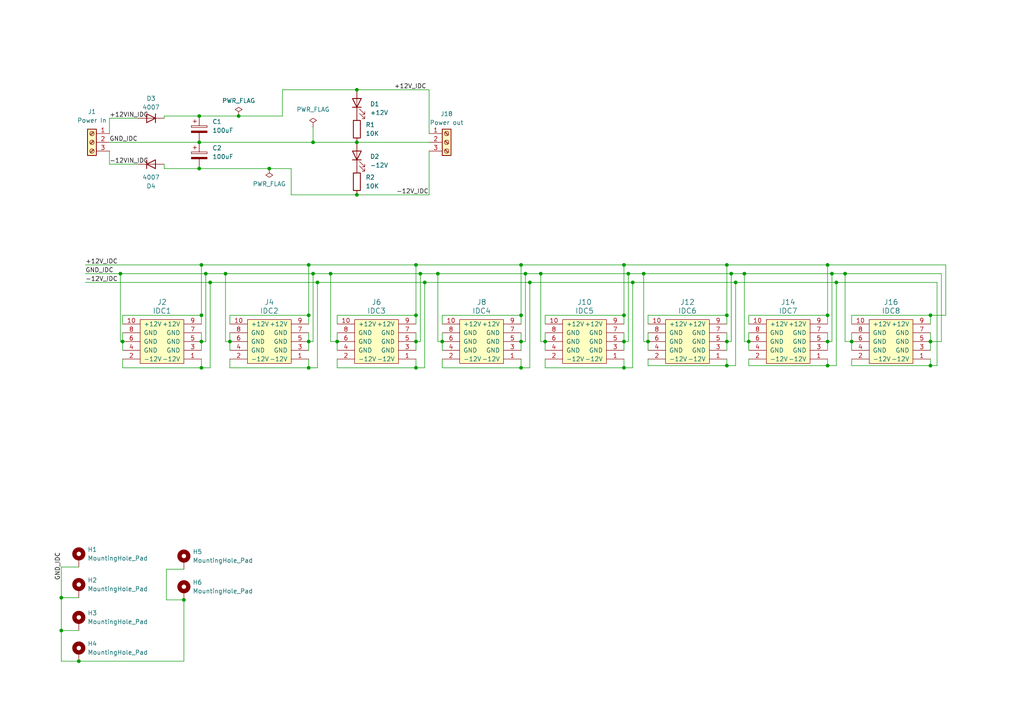
<source format=kicad_sch>
(kicad_sch (version 20230121) (generator eeschema)
  (paper "A4")
  (title_block (title "EuroBusboard8 IDC") (date "2024-01-02") (rev "0.1") (company "DIYSynthMNL"))
  (lib_symbols
    (symbol "Connector:Screw_Terminal_01x03" (pin_names (offset 1.016) hide)
      (property "Reference" "J" (at 0 5.08 0))
      (property "Value" "Screw_Terminal_01x03" (at 0 -5.08 0))
      (symbol "Screw_Terminal_01x03_1_1"
        (rectangle (start -1.27 3.81) (end 1.27 -3.81) (stroke (width 0.254)) (fill (type background)))
        (circle (center 0 -2.54) (radius 0.635) (stroke (width 0.1524)))
        (polyline (pts (xy -0.5334 -2.2098) (xy 0.3302 -3.048)) (stroke (width 0.1524)))
        (polyline (pts (xy -0.5334 0.3302) (xy 0.3302 -0.508)) (stroke (width 0.1524)))
        (polyline (pts (xy -0.5334 2.8702) (xy 0.3302 2.032)) (stroke (width 0.1524)))
        (polyline (pts (xy -0.3556 -2.032) (xy 0.508 -2.8702)) (stroke (width 0.1524)))
        (polyline (pts (xy -0.3556 0.508) (xy 0.508 -0.3302)) (stroke (width 0.1524)))
        (polyline (pts (xy -0.3556 3.048) (xy 0.508 2.2098)) (stroke (width 0.1524)))
        (circle (center 0 0) (radius 0.635) (stroke (width 0.1524)))
        (circle (center 0 2.54) (radius 0.635) (stroke (width 0.1524)))
        (pin passive line (at -5.08 2.54 0) (length 3.81) (name "Pin_1") (number "1"))
        (pin passive line (at -5.08 0 0) (length 3.81) (name "Pin_2") (number "2"))
        (pin passive line (at -5.08 -2.54 0) (length 3.81) (name "Pin_3") (number "3"))
      )
    )
    (symbol "DIYSynthMNL:EURO_PWR_2x5" (pin_names (offset 1.016))
      (property "Reference" "J" (at 0 -7.62 0))
      (property "Value" "EURO_PWR_2x5" (at 0 7.62 0))
      (symbol "EURO_PWR_2x5_0_1"
        (rectangle (start -6.35 6.35) (end 6.35 -6.35) (fill (type background)))
      )
      (symbol "EURO_PWR_2x5_1_1"
        (pin power_in line (at 11.43 -5.08 180) (length 5.08) (name "-12V") (number "1"))
        (pin power_in line (at -11.43 5.08 0) (length 5.08) (name "+12V") (number "10"))
        (pin power_in line (at -11.43 -5.08 0) (length 5.08) (name "-12V") (number "2"))
        (pin power_in line (at 11.43 -2.54 180) (length 5.08) (name "GND") (number "3"))
        (pin power_in line (at -11.43 -2.54 0) (length 5.08) (name "GND") (number "4"))
        (pin power_in line (at 11.43 0 180) (length 5.08) (name "GND") (number "5"))
        (pin power_in line (at -11.43 0 0) (length 5.08) (name "GND") (number "6"))
        (pin power_in line (at 11.43 2.54 180) (length 5.08) (name "GND") (number "7"))
        (pin power_in line (at -11.43 2.54 0) (length 5.08) (name "GND") (number "8"))
        (pin power_in line (at 11.43 5.08 180) (length 5.08) (name "+12V") (number "9"))
      )
    )
    (symbol "Device:C_Polarized" (pin_numbers hide) (pin_names (offset 0.254))
      (property "Reference" "C" (at 0.635 2.54 0))
      (property "Value" "C_Polarized" (at 0.635 -2.54 0))
      (symbol "C_Polarized_0_1"
        (rectangle (start -2.286 0.508) (end 2.286 1.016))
        (polyline (pts (xy -1.778 2.286) (xy -0.762 2.286)))
        (polyline (pts (xy -1.27 2.794) (xy -1.27 1.778)))
        (rectangle (start 2.286 -0.508) (end -2.286 -1.016) (fill (type outline)))
      )
      (symbol "C_Polarized_1_1"
        (pin passive line (at 0 3.81 270) (length 2.794) (name "~") (number "1"))
        (pin passive line (at 0 -3.81 90) (length 2.794) (name "~") (number "2"))
      )
    )
    (symbol "Device:D" (pin_numbers hide) (pin_names (offset 1.016) hide)
      (property "Reference" "D" (at 0 2.54 0))
      (property "Value" "D" (at 0 -2.54 0))
      (symbol "D_0_1"
        (polyline (pts (xy -1.27 1.27) (xy -1.27 -1.27)) (stroke (width 0.254)))
        (polyline (pts (xy 1.27 0) (xy -1.27 0)))
        (polyline (pts (xy 1.27 1.27) (xy 1.27 -1.27) (xy -1.27 0) (xy 1.27 1.27)) (stroke (width 0.254)))
      )
      (symbol "D_1_1"
        (pin passive line (at -3.81 0 0) (length 2.54) (name "K") (number "1"))
        (pin passive line (at 3.81 0 180) (length 2.54) (name "A") (number "2"))
      )
    )
    (symbol "Device:LED" (pin_numbers hide) (pin_names (offset 1.016) hide)
      (property "Reference" "D" (at 0 2.54 0))
      (property "Value" "LED" (at 0 -2.54 0))
      (symbol "LED_0_1"
        (polyline (pts (xy -1.27 -1.27) (xy -1.27 1.27)) (stroke (width 0.254)))
        (polyline (pts (xy -1.27 0) (xy 1.27 0)))
        (polyline (pts (xy 1.27 -1.27) (xy 1.27 1.27) (xy -1.27 0) (xy 1.27 -1.27)) (stroke (width 0.254)))
        (polyline (pts (xy -3.048 -0.762) (xy -4.572 -2.286) (xy -3.81 -2.286) (xy -4.572 -2.286) (xy -4.572 -1.524)))
        (polyline (pts (xy -1.778 -0.762) (xy -3.302 -2.286) (xy -2.54 -2.286) (xy -3.302 -2.286) (xy -3.302 -1.524)))
      )
      (symbol "LED_1_1"
        (pin passive line (at -3.81 0 0) (length 2.54) (name "K") (number "1"))
        (pin passive line (at 3.81 0 180) (length 2.54) (name "A") (number "2"))
      )
    )
    (symbol "Device:R" (pin_numbers hide) (pin_names (offset 0))
      (property "Reference" "R" (at 2.032 0 90))
      (property "Value" "R" (at 0 0 90))
      (symbol "R_0_1"
        (rectangle (start -1.016 -2.54) (end 1.016 2.54) (stroke (width 0.254)))
      )
      (symbol "R_1_1"
        (pin passive line (at 0 3.81 270) (length 1.27) (name "~") (number "1"))
        (pin passive line (at 0 -3.81 90) (length 1.27) (name "~") (number "2"))
      )
    )
    (symbol "EURO_PWR_2x5_1" (pin_names (offset 1.016))
      (property "Reference" "J" (at 0 -7.62 0))
      (property "Value" "EURO_PWR_2x5" (at 0 7.62 0))
      (symbol "EURO_PWR_2x5_1_0_1"
        (rectangle (start -6.35 6.35) (end 6.35 -6.35) (fill (type background)))
      )
      (symbol "EURO_PWR_2x5_1_1_1"
        (pin power_in line (at 11.43 -5.08 180) (length 5.08) (name "-12V") (number "1"))
        (pin power_in line (at -11.43 5.08 0) (length 5.08) (name "+12V") (number "10"))
        (pin power_in line (at -11.43 -5.08 0) (length 5.08) (name "-12V") (number "2"))
        (pin power_in line (at 11.43 -2.54 180) (length 5.08) (name "GND") (number "3"))
        (pin power_in line (at -11.43 -2.54 0) (length 5.08) (name "GND") (number "4"))
        (pin power_in line (at 11.43 0 180) (length 5.08) (name "GND") (number "5"))
        (pin power_in line (at -11.43 0 0) (length 5.08) (name "GND") (number "6"))
        (pin power_in line (at 11.43 2.54 180) (length 5.08) (name "GND") (number "7"))
        (pin power_in line (at -11.43 2.54 0) (length 5.08) (name "GND") (number "8"))
        (pin power_in line (at 11.43 5.08 180) (length 5.08) (name "+12V") (number "9"))
      )
    )
    (symbol "EURO_PWR_2x5_2" (pin_names (offset 1.016))
      (property "Reference" "J" (at 0 -7.62 0))
      (property "Value" "EURO_PWR_2x5" (at 0 7.62 0))
      (symbol "EURO_PWR_2x5_2_0_1"
        (rectangle (start -6.35 6.35) (end 6.35 -6.35) (fill (type background)))
      )
      (symbol "EURO_PWR_2x5_2_1_1"
        (pin power_in line (at 11.43 -5.08 180) (length 5.08) (name "-12V") (number "1"))
        (pin power_in line (at -11.43 5.08 0) (length 5.08) (name "+12V") (number "10"))
        (pin power_in line (at -11.43 -5.08 0) (length 5.08) (name "-12V") (number "2"))
        (pin power_in line (at 11.43 -2.54 180) (length 5.08) (name "GND") (number "3"))
        (pin power_in line (at -11.43 -2.54 0) (length 5.08) (name "GND") (number "4"))
        (pin power_in line (at 11.43 0 180) (length 5.08) (name "GND") (number "5"))
        (pin power_in line (at -11.43 0 0) (length 5.08) (name "GND") (number "6"))
        (pin power_in line (at 11.43 2.54 180) (length 5.08) (name "GND") (number "7"))
        (pin power_in line (at -11.43 2.54 0) (length 5.08) (name "GND") (number "8"))
        (pin power_in line (at 11.43 5.08 180) (length 5.08) (name "+12V") (number "9"))
      )
    )
    (symbol "EURO_PWR_2x5_3" (pin_names (offset 1.016))
      (property "Reference" "J" (at 0 -7.62 0))
      (property "Value" "EURO_PWR_2x5" (at 0 7.62 0))
      (symbol "EURO_PWR_2x5_3_0_1"
        (rectangle (start -6.35 6.35) (end 6.35 -6.35) (fill (type background)))
      )
      (symbol "EURO_PWR_2x5_3_1_1"
        (pin power_in line (at 11.43 -5.08 180) (length 5.08) (name "-12V") (number "1"))
        (pin power_in line (at -11.43 5.08 0) (length 5.08) (name "+12V") (number "10"))
        (pin power_in line (at -11.43 -5.08 0) (length 5.08) (name "-12V") (number "2"))
        (pin power_in line (at 11.43 -2.54 180) (length 5.08) (name "GND") (number "3"))
        (pin power_in line (at -11.43 -2.54 0) (length 5.08) (name "GND") (number "4"))
        (pin power_in line (at 11.43 0 180) (length 5.08) (name "GND") (number "5"))
        (pin power_in line (at -11.43 0 0) (length 5.08) (name "GND") (number "6"))
        (pin power_in line (at 11.43 2.54 180) (length 5.08) (name "GND") (number "7"))
        (pin power_in line (at -11.43 2.54 0) (length 5.08) (name "GND") (number "8"))
        (pin power_in line (at 11.43 5.08 180) (length 5.08) (name "+12V") (number "9"))
      )
    )
    (symbol "EURO_PWR_2x5_4" (pin_names (offset 1.016))
      (property "Reference" "J" (at 0 -7.62 0))
      (property "Value" "EURO_PWR_2x5" (at 0 7.62 0))
      (symbol "EURO_PWR_2x5_4_0_1"
        (rectangle (start -6.35 6.35) (end 6.35 -6.35) (fill (type background)))
      )
      (symbol "EURO_PWR_2x5_4_1_1"
        (pin power_in line (at 11.43 -5.08 180) (length 5.08) (name "-12V") (number "1"))
        (pin power_in line (at -11.43 5.08 0) (length 5.08) (name "+12V") (number "10"))
        (pin power_in line (at -11.43 -5.08 0) (length 5.08) (name "-12V") (number "2"))
        (pin power_in line (at 11.43 -2.54 180) (length 5.08) (name "GND") (number "3"))
        (pin power_in line (at -11.43 -2.54 0) (length 5.08) (name "GND") (number "4"))
        (pin power_in line (at 11.43 0 180) (length 5.08) (name "GND") (number "5"))
        (pin power_in line (at -11.43 0 0) (length 5.08) (name "GND") (number "6"))
        (pin power_in line (at 11.43 2.54 180) (length 5.08) (name "GND") (number "7"))
        (pin power_in line (at -11.43 2.54 0) (length 5.08) (name "GND") (number "8"))
        (pin power_in line (at 11.43 5.08 180) (length 5.08) (name "+12V") (number "9"))
      )
    )
    (symbol "EURO_PWR_2x5_5" (pin_names (offset 1.016))
      (property "Reference" "J" (at 0 -7.62 0))
      (property "Value" "EURO_PWR_2x5" (at 0 7.62 0))
      (symbol "EURO_PWR_2x5_5_0_1"
        (rectangle (start -6.35 6.35) (end 6.35 -6.35) (fill (type background)))
      )
      (symbol "EURO_PWR_2x5_5_1_1"
        (pin power_in line (at 11.43 -5.08 180) (length 5.08) (name "-12V") (number "1"))
        (pin power_in line (at -11.43 5.08 0) (length 5.08) (name "+12V") (number "10"))
        (pin power_in line (at -11.43 -5.08 0) (length 5.08) (name "-12V") (number "2"))
        (pin power_in line (at 11.43 -2.54 180) (length 5.08) (name "GND") (number "3"))
        (pin power_in line (at -11.43 -2.54 0) (length 5.08) (name "GND") (number "4"))
        (pin power_in line (at 11.43 0 180) (length 5.08) (name "GND") (number "5"))
        (pin power_in line (at -11.43 0 0) (length 5.08) (name "GND") (number "6"))
        (pin power_in line (at 11.43 2.54 180) (length 5.08) (name "GND") (number "7"))
        (pin power_in line (at -11.43 2.54 0) (length 5.08) (name "GND") (number "8"))
        (pin power_in line (at 11.43 5.08 180) (length 5.08) (name "+12V") (number "9"))
      )
    )
    (symbol "EURO_PWR_2x5_6" (pin_names (offset 1.016))
      (property "Reference" "J" (at 0 -7.62 0))
      (property "Value" "EURO_PWR_2x5" (at 0 7.62 0))
      (symbol "EURO_PWR_2x5_6_0_1"
        (rectangle (start -6.35 6.35) (end 6.35 -6.35) (fill (type background)))
      )
      (symbol "EURO_PWR_2x5_6_1_1"
        (pin power_in line (at 11.43 -5.08 180) (length 5.08) (name "-12V") (number "1"))
        (pin power_in line (at -11.43 5.08 0) (length 5.08) (name "+12V") (number "10"))
        (pin power_in line (at -11.43 -5.08 0) (length 5.08) (name "-12V") (number "2"))
        (pin power_in line (at 11.43 -2.54 180) (length 5.08) (name "GND") (number "3"))
        (pin power_in line (at -11.43 -2.54 0) (length 5.08) (name "GND") (number "4"))
        (pin power_in line (at 11.43 0 180) (length 5.08) (name "GND") (number "5"))
        (pin power_in line (at -11.43 0 0) (length 5.08) (name "GND") (number "6"))
        (pin power_in line (at 11.43 2.54 180) (length 5.08) (name "GND") (number "7"))
        (pin power_in line (at -11.43 2.54 0) (length 5.08) (name "GND") (number "8"))
        (pin power_in line (at 11.43 5.08 180) (length 5.08) (name "+12V") (number "9"))
      )
    )
    (symbol "EURO_PWR_2x5_7" (pin_names (offset 1.016))
      (property "Reference" "J" (at 0 -7.62 0))
      (property "Value" "EURO_PWR_2x5" (at 0 7.62 0))
      (symbol "EURO_PWR_2x5_7_0_1"
        (rectangle (start -6.35 6.35) (end 6.35 -6.35) (fill (type background)))
      )
      (symbol "EURO_PWR_2x5_7_1_1"
        (pin power_in line (at 11.43 -5.08 180) (length 5.08) (name "-12V") (number "1"))
        (pin power_in line (at -11.43 5.08 0) (length 5.08) (name "+12V") (number "10"))
        (pin power_in line (at -11.43 -5.08 0) (length 5.08) (name "-12V") (number "2"))
        (pin power_in line (at 11.43 -2.54 180) (length 5.08) (name "GND") (number "3"))
        (pin power_in line (at -11.43 -2.54 0) (length 5.08) (name "GND") (number "4"))
        (pin power_in line (at 11.43 0 180) (length 5.08) (name "GND") (number "5"))
        (pin power_in line (at -11.43 0 0) (length 5.08) (name "GND") (number "6"))
        (pin power_in line (at 11.43 2.54 180) (length 5.08) (name "GND") (number "7"))
        (pin power_in line (at -11.43 2.54 0) (length 5.08) (name "GND") (number "8"))
        (pin power_in line (at 11.43 5.08 180) (length 5.08) (name "+12V") (number "9"))
      )
    )
    (symbol "Mechanical:MountingHole_Pad" (pin_numbers hide) (pin_names (offset 1.016) hide)
      (property "Reference" "H" (at 0 6.35 0))
      (property "Value" "MountingHole_Pad" (at 0 4.445 0))
      (symbol "MountingHole_Pad_0_1"
        (circle (center 0 1.27) (radius 1.27) (stroke (width 1.27)))
      )
      (symbol "MountingHole_Pad_1_1"
        (pin input line (at 0 -2.54 90) (length 2.54) (name "1") (number "1"))
      )
    )
    (symbol "power:PWR_FLAG" (power) (pin_numbers hide) (pin_names (offset 0) hide)
      (property "Value" "PWR_FLAG" (at 0 3.81 0))
      (symbol "PWR_FLAG_0_0"
        (pin power_out line (at 0 0 90) (length 0) (name "pwr") (number "1"))
      )
      (symbol "PWR_FLAG_0_1"
        (polyline (pts (xy 0 0) (xy 0 1.27) (xy -1.016 1.905) (xy 0 2.54) (xy 1.016 1.905) (xy 0 1.27)))
      )
    )
  )
  (junction (at 210.82 91.44))
  (junction (at 97.79 99.06))
  (junction (at 60.96 81.915))
  (junction (at 210.82 106.045))
  (junction (at 215.9 79.375))
  (junction (at 269.875 99.06))
  (junction (at 22.86 191.77))
  (junction (at 217.17 99.06))
  (junction (at 180.975 99.06))
  (junction (at 103.505 41.275))
  (junction (at 180.975 106.68))
  (junction (at 151.13 91.44))
  (junction (at 89.535 99.06))
  (junction (at 151.13 106.68))
  (junction (at 127 79.375))
  (junction (at 269.875 106.045))
  (junction (at 123.19 81.915))
  (junction (at 103.505 26.035))
  (junction (at 57.785 33.655))
  (junction (at 240.03 76.835))
  (junction (at 89.535 106.68))
  (junction (at 34.925 79.375))
  (junction (at 153.67 81.915))
  (junction (at 89.535 76.835))
  (junction (at 58.42 106.68))
  (junction (at 103.505 56.515))
  (junction (at 17.78 173.355))
  (junction (at 241.3 79.375))
  (junction (at 245.11 79.375))
  (junction (at 121.92 79.375))
  (junction (at 128.27 99.06))
  (junction (at 182.245 79.375))
  (junction (at 180.975 91.44))
  (junction (at 180.975 76.835))
  (junction (at 210.82 99.06))
  (junction (at 90.805 41.275))
  (junction (at 92.075 81.915))
  (junction (at 95.885 79.375))
  (junction (at 65.405 79.375))
  (junction (at 156.845 79.375))
  (junction (at 120.65 91.44))
  (junction (at 240.03 106.045))
  (junction (at 89.535 91.44))
  (junction (at 35.56 99.06))
  (junction (at 58.42 76.835))
  (junction (at 158.115 99.06))
  (junction (at 187.96 99.06))
  (junction (at 78.105 48.895))
  (junction (at 59.69 79.375))
  (junction (at 210.82 76.835))
  (junction (at 58.42 91.44))
  (junction (at 58.42 99.06))
  (junction (at 151.13 99.06))
  (junction (at 57.785 48.895))
  (junction (at 69.215 33.655))
  (junction (at 151.13 76.835))
  (junction (at 247.015 99.06))
  (junction (at 240.03 91.44))
  (junction (at 183.515 81.915))
  (junction (at 152.4 79.375))
  (junction (at 213.36 81.915))
  (junction (at 269.875 91.44))
  (junction (at 57.785 41.275))
  (junction (at 120.65 76.835))
  (junction (at 240.03 99.06))
  (junction (at 53.34 173.99))
  (junction (at 66.675 99.06))
  (junction (at 120.65 99.06))
  (junction (at 17.78 182.88))
  (junction (at 120.65 106.68))
  (junction (at 90.805 79.375))
  (junction (at 242.57 81.915))
  (junction (at 186.69 79.375))
  (junction (at 212.09 79.375))
  (wire (pts (xy 95.885 99.06) (xy 95.885 79.375)))
  (wire (pts (xy 31.75 43.815) (xy 31.75 47.625)))
  (wire (pts (xy 151.13 76.835) (xy 151.13 91.44)))
  (wire (pts (xy 89.535 99.06) (xy 89.535 101.6)))
  (wire (pts (xy 186.69 79.375) (xy 212.09 79.375)))
  (wire (pts (xy 240.03 76.835) (xy 274.32 76.835)))
  (wire (pts (xy 22.86 164.465) (xy 17.78 164.465)))
  (wire (pts (xy 151.13 76.835) (xy 180.975 76.835)))
  (wire (pts (xy 186.69 99.06) (xy 186.69 79.375)))
  (wire (pts (xy 271.78 106.045) (xy 269.875 106.045)))
  (wire (pts (xy 212.09 99.06) (xy 212.09 79.375)))
  (wire (pts (xy 34.925 79.375) (xy 59.69 79.375)))
  (wire (pts (xy 247.015 96.52) (xy 247.015 99.06)))
  (wire (pts (xy 210.82 106.045) (xy 210.82 104.14)))
  (wire (pts (xy 152.4 99.06) (xy 152.4 79.375)))
  (wire (pts (xy 78.105 48.895) (xy 84.455 48.895)))
  (wire (pts (xy 215.9 79.375) (xy 241.3 79.375)))
  (wire (pts (xy 65.405 79.375) (xy 90.805 79.375)))
  (wire (pts (xy 273.05 99.06) (xy 269.875 99.06)))
  (wire (pts (xy 35.56 93.98) (xy 35.56 91.44)))
  (wire (pts (xy 124.46 26.035) (xy 124.46 38.735)))
  (wire (pts (xy 128.27 93.98) (xy 128.27 91.44)))
  (wire (pts (xy 213.36 106.045) (xy 213.36 81.915)))
  (wire (pts (xy 213.36 81.915) (xy 242.57 81.915)))
  (wire (pts (xy 97.79 106.68) (xy 120.65 106.68)))
  (wire (pts (xy 66.675 106.68) (xy 89.535 106.68)))
  (wire (pts (xy 92.075 106.68) (xy 92.075 81.915)))
  (wire (pts (xy 58.42 76.835) (xy 58.42 91.44)))
  (wire (pts (xy 120.65 106.68) (xy 120.65 104.14)))
  (wire (pts (xy 89.535 96.52) (xy 89.535 99.06)))
  (wire (pts (xy 156.845 99.06) (xy 156.845 79.375)))
  (wire (pts (xy 89.535 99.06) (xy 90.805 99.06)))
  (wire (pts (xy 210.82 106.045) (xy 213.36 106.045)))
  (wire (pts (xy 35.56 99.06) (xy 35.56 101.6)))
  (wire (pts (xy 24.765 76.835) (xy 58.42 76.835)))
  (wire (pts (xy 187.96 104.14) (xy 187.96 106.045)))
  (wire (pts (xy 180.975 106.68) (xy 183.515 106.68)))
  (wire (pts (xy 31.75 47.625) (xy 40.005 47.625)))
  (wire (pts (xy 58.42 106.68) (xy 60.96 106.68)))
  (wire (pts (xy 210.82 99.06) (xy 210.82 101.6)))
  (wire (pts (xy 34.925 99.06) (xy 34.925 79.375)))
  (wire (pts (xy 151.13 99.06) (xy 151.13 101.6)))
  (wire (pts (xy 128.27 104.14) (xy 128.27 106.68)))
  (wire (pts (xy 47.625 33.655) (xy 57.785 33.655)))
  (wire (pts (xy 241.3 99.06) (xy 241.3 79.375)))
  (wire (pts (xy 187.96 93.98) (xy 187.96 91.44)))
  (wire (pts (xy 66.675 91.44) (xy 89.535 91.44)))
  (wire (pts (xy 69.215 33.655) (xy 81.915 33.655)))
  (wire (pts (xy 128.27 99.06) (xy 127 99.06)))
  (wire (pts (xy 35.56 106.68) (xy 58.42 106.68)))
  (wire (pts (xy 60.96 81.915) (xy 92.075 81.915)))
  (wire (pts (xy 97.79 104.14) (xy 97.79 106.68)))
  (wire (pts (xy 124.46 43.815) (xy 124.46 56.515)))
  (wire (pts (xy 217.17 106.045) (xy 240.03 106.045)))
  (wire (pts (xy 89.535 106.68) (xy 89.535 104.14)))
  (wire (pts (xy 158.115 91.44) (xy 180.975 91.44)))
  (wire (pts (xy 123.19 106.68) (xy 123.19 81.915)))
  (wire (pts (xy 57.785 48.895) (xy 78.105 48.895)))
  (wire (pts (xy 247.015 106.045) (xy 269.875 106.045)))
  (wire (pts (xy 210.82 76.835) (xy 240.03 76.835)))
  (wire (pts (xy 24.765 81.915) (xy 60.96 81.915)))
  (wire (pts (xy 187.96 91.44) (xy 210.82 91.44)))
  (wire (pts (xy 247.015 93.98) (xy 247.015 91.44)))
  (wire (pts (xy 153.67 81.915) (xy 183.515 81.915)))
  (wire (pts (xy 103.505 41.275) (xy 124.46 41.275)))
  (wire (pts (xy 215.9 99.06) (xy 215.9 79.375)))
  (wire (pts (xy 187.96 96.52) (xy 187.96 99.06)))
  (wire (pts (xy 151.13 96.52) (xy 151.13 99.06)))
  (wire (pts (xy 127 99.06) (xy 127 79.375)))
  (wire (pts (xy 58.42 99.06) (xy 58.42 101.6)))
  (wire (pts (xy 66.675 96.52) (xy 66.675 99.06)))
  (wire (pts (xy 120.65 99.06) (xy 121.92 99.06)))
  (wire (pts (xy 274.32 91.44) (xy 269.875 91.44)))
  (wire (pts (xy 17.78 182.88) (xy 22.86 182.88)))
  (wire (pts (xy 103.505 56.515) (xy 84.455 56.515)))
  (wire (pts (xy 128.27 99.06) (xy 128.27 101.6)))
  (wire (pts (xy 47.625 47.625) (xy 47.625 48.895)))
  (wire (pts (xy 151.13 106.68) (xy 153.67 106.68)))
  (wire (pts (xy 217.17 91.44) (xy 240.03 91.44)))
  (wire (pts (xy 152.4 79.375) (xy 156.845 79.375)))
  (wire (pts (xy 180.975 99.06) (xy 182.245 99.06)))
  (wire (pts (xy 240.03 99.06) (xy 241.3 99.06)))
  (wire (pts (xy 66.675 93.98) (xy 66.675 91.44)))
  (wire (pts (xy 151.13 99.06) (xy 152.4 99.06)))
  (wire (pts (xy 158.115 93.98) (xy 158.115 91.44)))
  (wire (pts (xy 151.13 106.68) (xy 151.13 104.14)))
  (wire (pts (xy 97.79 99.06) (xy 95.885 99.06)))
  (wire (pts (xy 187.96 99.06) (xy 186.69 99.06)))
  (wire (pts (xy 89.535 91.44) (xy 89.535 93.98)))
  (wire (pts (xy 120.65 76.835) (xy 151.13 76.835)))
  (wire (pts (xy 97.79 99.06) (xy 97.79 101.6)))
  (wire (pts (xy 158.115 99.06) (xy 158.115 101.6)))
  (wire (pts (xy 66.675 104.14) (xy 66.675 106.68)))
  (wire (pts (xy 58.42 76.835) (xy 89.535 76.835)))
  (wire (pts (xy 247.015 91.44) (xy 269.875 91.44)))
  (wire (pts (xy 97.79 96.52) (xy 97.79 99.06)))
  (wire (pts (xy 180.975 106.68) (xy 180.975 104.14)))
  (wire (pts (xy 58.42 91.44) (xy 58.42 93.98)))
  (wire (pts (xy 92.075 81.915) (xy 123.19 81.915)))
  (wire (pts (xy 269.875 106.045) (xy 269.875 104.14)))
  (wire (pts (xy 210.82 91.44) (xy 210.82 93.98)))
  (wire (pts (xy 103.505 26.035) (xy 124.46 26.035)))
  (wire (pts (xy 240.03 96.52) (xy 240.03 99.06)))
  (wire (pts (xy 217.17 93.98) (xy 217.17 91.44)))
  (wire (pts (xy 269.875 96.52) (xy 269.875 99.06)))
  (wire (pts (xy 182.245 79.375) (xy 186.69 79.375)))
  (wire (pts (xy 156.845 79.375) (xy 182.245 79.375)))
  (wire (pts (xy 60.96 106.68) (xy 60.96 81.915)))
  (wire (pts (xy 17.78 173.355) (xy 17.78 182.88)))
  (wire (pts (xy 120.65 96.52) (xy 120.65 99.06)))
  (wire (pts (xy 183.515 106.68) (xy 183.515 81.915)))
  (wire (pts (xy 241.3 79.375) (xy 245.11 79.375)))
  (wire (pts (xy 90.805 99.06) (xy 90.805 79.375)))
  (wire (pts (xy 47.625 34.29) (xy 47.625 33.655)))
  (wire (pts (xy 53.34 191.77) (xy 22.86 191.77)))
  (wire (pts (xy 158.115 106.68) (xy 180.975 106.68)))
  (wire (pts (xy 240.03 99.06) (xy 240.03 101.6)))
  (wire (pts (xy 210.82 76.835) (xy 210.82 91.44)))
  (wire (pts (xy 35.56 96.52) (xy 35.56 99.06)))
  (wire (pts (xy 81.915 26.035) (xy 103.505 26.035)))
  (wire (pts (xy 240.03 106.045) (xy 240.03 104.14)))
  (wire (pts (xy 158.115 99.06) (xy 156.845 99.06)))
  (wire (pts (xy 127 79.375) (xy 152.4 79.375)))
  (wire (pts (xy 120.65 106.68) (xy 123.19 106.68)))
  (wire (pts (xy 180.975 96.52) (xy 180.975 99.06)))
  (wire (pts (xy 57.785 33.655) (xy 69.215 33.655)))
  (wire (pts (xy 123.19 81.915) (xy 153.67 81.915)))
  (wire (pts (xy 273.05 79.375) (xy 273.05 99.06)))
  (wire (pts (xy 48.26 173.99) (xy 53.34 173.99)))
  (wire (pts (xy 89.535 76.835) (xy 120.65 76.835)))
  (wire (pts (xy 245.11 79.375) (xy 273.05 79.375)))
  (wire (pts (xy 217.17 99.06) (xy 215.9 99.06)))
  (wire (pts (xy 47.625 48.895) (xy 57.785 48.895)))
  (wire (pts (xy 210.82 99.06) (xy 212.09 99.06)))
  (wire (pts (xy 40.005 34.29) (xy 31.75 34.29)))
  (wire (pts (xy 53.34 165.1) (xy 48.26 165.1)))
  (wire (pts (xy 81.915 33.655) (xy 81.915 26.035)))
  (wire (pts (xy 212.09 79.375) (xy 215.9 79.375)))
  (wire (pts (xy 84.455 48.895) (xy 84.455 56.515)))
  (wire (pts (xy 217.17 96.52) (xy 217.17 99.06)))
  (wire (pts (xy 269.875 91.44) (xy 269.875 93.98)))
  (wire (pts (xy 17.78 173.355) (xy 22.86 173.355)))
  (wire (pts (xy 58.42 106.68) (xy 58.42 104.14)))
  (wire (pts (xy 180.975 99.06) (xy 180.975 101.6)))
  (wire (pts (xy 53.34 173.99) (xy 53.34 191.77)))
  (wire (pts (xy 59.69 79.375) (xy 65.405 79.375)))
  (wire (pts (xy 90.805 36.83) (xy 90.805 41.275)))
  (wire (pts (xy 58.42 96.52) (xy 58.42 99.06)))
  (wire (pts (xy 48.26 165.1) (xy 48.26 173.99)))
  (wire (pts (xy 240.03 76.835) (xy 240.03 91.44)))
  (wire (pts (xy 35.56 99.06) (xy 34.925 99.06)))
  (wire (pts (xy 66.675 99.06) (xy 66.675 101.6)))
  (wire (pts (xy 95.885 79.375) (xy 121.92 79.375)))
  (wire (pts (xy 24.765 79.375) (xy 34.925 79.375)))
  (wire (pts (xy 247.015 104.14) (xy 247.015 106.045)))
  (wire (pts (xy 17.78 182.88) (xy 17.78 191.77)))
  (wire (pts (xy 65.405 99.06) (xy 65.405 79.375)))
  (wire (pts (xy 247.015 99.06) (xy 247.015 101.6)))
  (wire (pts (xy 57.785 41.275) (xy 90.805 41.275)))
  (wire (pts (xy 242.57 81.915) (xy 271.78 81.915)))
  (wire (pts (xy 240.03 106.045) (xy 242.57 106.045)))
  (wire (pts (xy 180.975 91.44) (xy 180.975 93.98)))
  (wire (pts (xy 210.82 96.52) (xy 210.82 99.06)))
  (wire (pts (xy 120.65 91.44) (xy 120.65 93.98)))
  (wire (pts (xy 89.535 106.68) (xy 92.075 106.68)))
  (wire (pts (xy 35.56 104.14) (xy 35.56 106.68)))
  (wire (pts (xy 180.975 76.835) (xy 210.82 76.835)))
  (wire (pts (xy 245.11 99.06) (xy 245.11 79.375)))
  (wire (pts (xy 153.67 106.68) (xy 153.67 81.915)))
  (wire (pts (xy 151.13 91.44) (xy 151.13 93.98)))
  (wire (pts (xy 35.56 91.44) (xy 58.42 91.44)))
  (wire (pts (xy 247.015 99.06) (xy 245.11 99.06)))
  (wire (pts (xy 217.17 99.06) (xy 217.17 101.6)))
  (wire (pts (xy 158.115 104.14) (xy 158.115 106.68)))
  (wire (pts (xy 183.515 81.915) (xy 213.36 81.915)))
  (wire (pts (xy 187.96 106.045) (xy 210.82 106.045)))
  (wire (pts (xy 128.27 106.68) (xy 151.13 106.68)))
  (wire (pts (xy 158.115 96.52) (xy 158.115 99.06)))
  (wire (pts (xy 242.57 106.045) (xy 242.57 81.915)))
  (wire (pts (xy 217.17 104.14) (xy 217.17 106.045)))
  (wire (pts (xy 97.79 93.98) (xy 97.79 91.44)))
  (wire (pts (xy 17.78 164.465) (xy 17.78 173.355)))
  (wire (pts (xy 97.79 91.44) (xy 120.65 91.44)))
  (wire (pts (xy 90.805 79.375) (xy 95.885 79.375)))
  (wire (pts (xy 59.69 99.06) (xy 59.69 79.375)))
  (wire (pts (xy 271.78 81.915) (xy 271.78 106.045)))
  (wire (pts (xy 89.535 76.835) (xy 89.535 91.44)))
  (wire (pts (xy 124.46 56.515) (xy 103.505 56.515)))
  (wire (pts (xy 128.27 91.44) (xy 151.13 91.44)))
  (wire (pts (xy 274.32 76.835) (xy 274.32 91.44)))
  (wire (pts (xy 121.92 79.375) (xy 127 79.375)))
  (wire (pts (xy 90.805 41.275) (xy 103.505 41.275)))
  (wire (pts (xy 120.65 76.835) (xy 120.65 91.44)))
  (wire (pts (xy 269.875 99.06) (xy 269.875 101.6)))
  (wire (pts (xy 17.78 191.77) (xy 22.86 191.77)))
  (wire (pts (xy 121.92 99.06) (xy 121.92 79.375)))
  (wire (pts (xy 182.245 99.06) (xy 182.245 79.375)))
  (wire (pts (xy 120.65 99.06) (xy 120.65 101.6)))
  (wire (pts (xy 128.27 96.52) (xy 128.27 99.06)))
  (wire (pts (xy 31.75 41.275) (xy 57.785 41.275)))
  (wire (pts (xy 31.75 34.29) (xy 31.75 38.735)))
  (wire (pts (xy 240.03 91.44) (xy 240.03 93.98)))
  (wire (pts (xy 180.975 76.835) (xy 180.975 91.44)))
  (wire (pts (xy 58.42 99.06) (xy 59.69 99.06)))
  (wire (pts (xy 187.96 99.06) (xy 187.96 101.6)))
  (wire (pts (xy 66.675 99.06) (xy 65.405 99.06)))
  (label "-12V_IDC" (at 24.765 81.915 0))
  (label "+12VIN_IDC" (at 31.75 34.29 0))
  (label "+12V_IDC" (at 114.3 26.035 0))
  (label "GND_IDC" (at 24.765 79.375 0))
  (label "-12VIN_IDC" (at 31.75 47.625 0))
  (label "GND_IDC" (at 31.75 41.275 0))
  (label "GND_IDC" (at 17.78 168.275 90))
  (label "-12V_IDC" (at 114.935 56.515 0))
  (label "+12V_IDC" (at 24.765 76.835 0))
  (symbol (lib_id "Mechanical:MountingHole_Pad") (at 53.34 162.56 0) (unit 1)
    (property "Reference" "H5" (at 55.88 160.02 0) (effects (justify left)))
    (property "Value" "MountingHole_Pad" (at 55.88 162.56 0) (effects (justify left)))
    (property "Footprint" "DIYSynthMNL:MountingHole_M3_Standoff_Pad" (effects hide))
    (instances (project "EuroBusboard" (path "" (reference "H5") (unit 1)) (path "" (reference "H8") (unit 1))))
  )
  (symbol (lib_name "EURO_PWR_2x5_5") (lib_id "DIYSynthMNL:EURO_PWR_2x5") (at 78.105 99.06 0) (unit 1)
    (property "Reference" "J4" (at 78.105 87.63 0) (effects (font (size 1.524 1.524))))
    (property "Value" "IDC2" (at 78.105 90.17 0) (effects (font (size 1.524 1.524))))
    (property "Footprint" "DIYSynthMNL:IDC-Header_2x05_P2.54mm_Vertical_BigPads" (effects hide))
    (instances (project "EuroBusboard" (path "" (reference "J4") (unit 1)) (path "" (reference "J24") (unit 1)) (path "" (reference "J24") (unit 1))))
  )
  (symbol (lib_id "power:PWR_FLAG") (at 90.805 36.83 0) (unit 1)
    (property "Reference" "#FLG02" (effects hide))
    (property "Value" "PWR_FLAG" (at 90.805 31.75 0))
    (instances (project "EuroBusboard" (path "" (reference "#FLG02") (unit 1)) (path "" (reference "#FLG011") (unit 1)) (path "" (reference "#FLG08") (unit 1))))
  )
  (symbol (lib_id "Device:R") (at 103.505 52.705 180) (unit 1)
    (property "Reference" "R2" (at 106.045 51.435 0) (effects (justify right)))
    (property "Value" "10K" (at 106.045 53.975 0) (effects (justify right)))
    (property "Footprint" "DIYSynthMNL:R_quarter_watt_L6.3mm_D2.5mm_P7.62mm" (effects hide))
    (instances (project "EuroBusboard" (path "" (reference "R2") (unit 1)) (path "" (reference "R8") (unit 1)) (path "" (reference "R6") (unit 1))))
  )
  (symbol (lib_id "Device:LED") (at 103.505 29.845 90) (unit 1)
    (property "Reference" "D1" (at 107.315 30.1625 90) (effects (justify right)))
    (property "Value" "+12V" (at 107.315 32.7025 90) (effects (justify right)))
    (property "Footprint" "DIYSynthMNL:LED_D5.0mm_BigPads" (effects hide))
    (instances (project "EuroBusboard" (path "" (reference "D1") (unit 1)) (path "" (reference "D13") (unit 1)) (path "" (reference "D11") (unit 1))))
  )
  (symbol (lib_id "Mechanical:MountingHole_Pad") (at 22.86 189.23 0) (unit 1)
    (property "Reference" "H4" (at 25.4 186.69 0) (effects (justify left)))
    (property "Value" "MountingHole_Pad" (at 25.4 189.23 0) (effects (justify left)))
    (property "Footprint" "DIYSynthMNL:MountingHole_M3_Standoff_Pad" (effects hide))
    (instances (project "EuroBusboard" (path "" (reference "H4") (unit 1)) (path "" (reference "H12") (unit 1))))
  )
  (symbol (lib_name "EURO_PWR_2x5_2") (lib_id "DIYSynthMNL:EURO_PWR_2x5") (at 199.39 99.06 0) (unit 1)
    (property "Reference" "J12" (at 199.39 87.63 0) (effects (font (size 1.524 1.524))))
    (property "Value" "IDC6" (at 199.39 90.17 0) (effects (font (size 1.524 1.524))))
    (property "Footprint" "DIYSynthMNL:IDC-Header_2x05_P2.54mm_Vertical_BigPads" (effects hide))
    (instances (project "EuroBusboard" (path "" (reference "J12") (unit 1)) (path "" (reference "J28") (unit 1)) (path "" (reference "J28") (unit 1))))
  )
  (symbol (lib_id "Device:R") (at 103.505 37.465 180) (unit 1)
    (property "Reference" "R1" (at 106.045 36.195 0) (effects (justify right)))
    (property "Value" "10K" (at 106.045 38.735 0) (effects (justify right)))
    (property "Footprint" "DIYSynthMNL:R_quarter_watt_L6.3mm_D2.5mm_P7.62mm" (effects hide))
    (instances (project "EuroBusboard" (path "" (reference "R1") (unit 1)) (path "" (reference "R7") (unit 1)) (path "" (reference "R5") (unit 1))))
  )
  (symbol (lib_name "EURO_PWR_2x5_6") (lib_id "DIYSynthMNL:EURO_PWR_2x5") (at 258.445 99.06 0) (unit 1)
    (property "Reference" "J16" (at 258.445 87.63 0) (effects (font (size 1.524 1.524))))
    (property "Value" "IDC8" (at 258.445 90.17 0) (effects (font (size 1.524 1.524))))
    (property "Footprint" "DIYSynthMNL:IDC-Header_2x05_P2.54mm_Vertical_BigPads" (effects hide))
    (instances (project "EuroBusboard" (path "" (reference "J16") (unit 1)) (path "" (reference "J30") (unit 1)) (path "" (reference "J30") (unit 1))))
  )
  (symbol (lib_id "Device:D") (at 43.815 47.625 0) (mirror x) (unit 1)
    (property "Reference" "D4" (at 43.815 53.975 0))
    (property "Value" "4007" (at 43.815 51.435 0))
    (property "Footprint" "DIYSynthMNL:D_DO-41_SOD81_P7.62mm_Horizontal_BigPads" (effects hide))
    (property "Sim.Device" "D" (effects hide))
    (property "Sim.Pins" "1=K 2=A" (effects hide))
    (instances (project "EuroBusboard" (path "" (reference "D4") (unit 1)) (path "" (reference "D16") (unit 1)) (path "" (reference "D10") (unit 1))))
  )
  (symbol (lib_id "Mechanical:MountingHole_Pad") (at 22.86 161.925 0) (unit 1)
    (property "Reference" "H1" (at 25.4 159.385 0) (effects (justify left)))
    (property "Value" "MountingHole_Pad" (at 25.4 161.925 0) (effects (justify left)))
    (property "Footprint" "DIYSynthMNL:MountingHole_M3_Standoff_Pad" (effects hide))
    (instances (project "EuroBusboard" (path "" (reference "H1") (unit 1)) (path "" (reference "H7") (unit 1))))
  )
  (symbol (lib_id "Mechanical:MountingHole_Pad") (at 53.34 171.45 0) (unit 1)
    (property "Reference" "H6" (at 55.88 168.91 0) (effects (justify left)))
    (property "Value" "MountingHole_Pad" (at 55.88 171.45 0) (effects (justify left)))
    (property "Footprint" "DIYSynthMNL:MountingHole_M3_Standoff_Pad" (effects hide))
    (instances (project "EuroBusboard" (path "" (reference "H6") (unit 1)) (path "" (reference "H10") (unit 1))))
  )
  (symbol (lib_id "Mechanical:MountingHole_Pad") (at 22.86 170.815 0) (unit 1)
    (property "Reference" "H2" (at 25.4 168.275 0) (effects (justify left)))
    (property "Value" "MountingHole_Pad" (at 25.4 170.815 0) (effects (justify left)))
    (property "Footprint" "DIYSynthMNL:MountingHole_M3_Standoff_Pad" (effects hide))
    (instances (project "EuroBusboard" (path "" (reference "H2") (unit 1)) (path "" (reference "H9") (unit 1))))
  )
  (symbol (lib_id "DIYSynthMNL:EURO_PWR_2x5") (at 228.6 99.06 0) (unit 1)
    (property "Reference" "J14" (at 228.6 87.63 0) (effects (font (size 1.524 1.524))))
    (property "Value" "IDC7" (at 228.6 90.17 0) (effects (font (size 1.524 1.524))))
    (property "Footprint" "DIYSynthMNL:IDC-Header_2x05_P2.54mm_Vertical_BigPads" (effects hide))
    (instances (project "EuroBusboard" (path "" (reference "J14") (unit 1)) (path "" (reference "J29") (unit 1)) (path "" (reference "J29") (unit 1))))
  )
  (symbol (lib_id "power:PWR_FLAG") (at 69.215 33.655 0) (unit 1)
    (property "Reference" "#FLG01" (effects hide))
    (property "Value" "PWR_FLAG" (at 69.215 29.21 0))
    (instances (project "EuroBusboard" (path "" (reference "#FLG01") (unit 1)) (path "" (reference "#FLG010") (unit 1)) (path "" (reference "#FLG07") (unit 1))))
  )
  (symbol (lib_id "Device:C_Polarized") (at 57.785 45.085 0) (unit 1)
    (property "Reference" "C2" (at 61.595 42.926 0) (effects (justify left)))
    (property "Value" "100uF" (at 61.595 45.466 0) (effects (justify left)))
    (property "Footprint" "Capacitor_THT:CP_Radial_D8.0mm_P3.50mm" (effects hide))
    (instances (project "EuroBusboard" (path "" (reference "C2") (unit 1)) (path "" (reference "C8") (unit 1)) (path "" (reference "C6") (unit 1))))
  )
  (symbol (lib_name "EURO_PWR_2x5_3") (lib_id "DIYSynthMNL:EURO_PWR_2x5") (at 139.7 99.06 0) (unit 1)
    (property "Reference" "J8" (at 139.7 87.63 0) (effects (font (size 1.524 1.524))))
    (property "Value" "IDC4" (at 139.7 90.17 0) (effects (font (size 1.524 1.524))))
    (property "Footprint" "DIYSynthMNL:IDC-Header_2x05_P2.54mm_Vertical_BigPads" (effects hide))
    (instances (project "EuroBusboard" (path "" (reference "J8") (unit 1)) (path "" (reference "J26") (unit 1)) (path "" (reference "J26") (unit 1))))
  )
  (symbol (lib_id "Connector:Screw_Terminal_01x03") (at 129.54 41.275 0) (unit 1)
    (property "Reference" "J18" (at 129.54 33.02 0))
    (property "Value" "Power out" (at 129.54 35.56 0))
    (property "Footprint" "DIYSynthMNL:TerminalBlock_MetzConnect_Type101_RT01603HBWC_1x03_P5.08mm_Horizontal" (effects hide))
    (instances (project "EuroBusboard" (path "" (reference "J18") (unit 1)) (path "" (reference "J44") (unit 1)) (path "" (reference "J42") (unit 1))))
  )
  (symbol (lib_id "Mechanical:MountingHole_Pad") (at 22.86 180.34 0) (unit 1)
    (property "Reference" "H3" (at 25.4 177.8 0) (effects (justify left)))
    (property "Value" "MountingHole_Pad" (at 25.4 180.34 0) (effects (justify left)))
    (property "Footprint" "DIYSynthMNL:MountingHole_M3_Standoff_Pad" (effects hide))
    (instances (project "EuroBusboard" (path "" (reference "H3") (unit 1)) (path "" (reference "H11") (unit 1))))
  )
  (symbol (lib_name "EURO_PWR_2x5_7") (lib_id "DIYSynthMNL:EURO_PWR_2x5") (at 169.545 99.06 0) (unit 1)
    (property "Reference" "J10" (at 169.545 87.63 0) (effects (font (size 1.524 1.524))))
    (property "Value" "IDC5" (at 169.545 90.17 0) (effects (font (size 1.524 1.524))))
    (property "Footprint" "DIYSynthMNL:IDC-Header_2x05_P2.54mm_Vertical_BigPads" (effects hide))
    (instances (project "EuroBusboard" (path "" (reference "J10") (unit 1)) (path "" (reference "J27") (unit 1)) (path "" (reference "J27") (unit 1))))
  )
  (symbol (lib_id "Device:D") (at 43.815 34.29 180) (unit 1)
    (property "Reference" "D3" (at 43.815 28.575 0))
    (property "Value" "4007" (at 43.815 31.115 0))
    (property "Footprint" "DIYSynthMNL:D_DO-41_SOD81_P7.62mm_Horizontal_BigPads" (effects hide))
    (property "Sim.Device" "D" (effects hide))
    (property "Sim.Pins" "1=K 2=A" (effects hide))
    (instances (project "EuroBusboard" (path "" (reference "D3") (unit 1)) (path "" (reference "D14") (unit 1)) (path "" (reference "D9") (unit 1))))
  )
  (symbol (lib_name "EURO_PWR_2x5_4") (lib_id "DIYSynthMNL:EURO_PWR_2x5") (at 46.99 99.06 0) (unit 1)
    (property "Reference" "J2" (at 46.99 87.63 0) (effects (font (size 1.524 1.524))))
    (property "Value" "IDC1" (at 46.99 90.17 0) (effects (font (size 1.524 1.524))))
    (property "Footprint" "DIYSynthMNL:IDC-Header_2x05_P2.54mm_Vertical_BigPads" (effects hide))
    (instances (project "EuroBusboard" (path "" (reference "J2") (unit 1)) (path "" (reference "J23") (unit 1)) (path "" (reference "J23") (unit 1))))
  )
  (symbol (lib_id "Device:C_Polarized") (at 57.785 37.465 0) (unit 1)
    (property "Reference" "C1" (at 61.595 35.306 0) (effects (justify left)))
    (property "Value" "100uF" (at 61.595 37.846 0) (effects (justify left)))
    (property "Footprint" "Capacitor_THT:CP_Radial_D8.0mm_P3.50mm" (effects hide))
    (instances (project "EuroBusboard" (path "" (reference "C1") (unit 1)) (path "" (reference "C7") (unit 1)) (path "" (reference "C5") (unit 1))))
  )
  (symbol (lib_name "EURO_PWR_2x5_1") (lib_id "DIYSynthMNL:EURO_PWR_2x5") (at 109.22 99.06 0) (unit 1)
    (property "Reference" "J6" (at 109.22 87.63 0) (effects (font (size 1.524 1.524))))
    (property "Value" "IDC3" (at 109.22 90.17 0) (effects (font (size 1.524 1.524))))
    (property "Footprint" "DIYSynthMNL:IDC-Header_2x05_P2.54mm_Vertical_BigPads" (effects hide))
    (instances (project "EuroBusboard" (path "" (reference "J6") (unit 1)) (path "" (reference "J25") (unit 1)) (path "" (reference "J25") (unit 1))))
  )
  (symbol (lib_id "power:PWR_FLAG") (at 78.105 48.895 180) (unit 1)
    (property "Reference" "#FLG03" (effects hide))
    (property "Value" "PWR_FLAG" (at 78.105 53.34 0))
    (instances (project "EuroBusboard" (path "" (reference "#FLG03") (unit 1)) (path "" (reference "#FLG012") (unit 1)) (path "" (reference "#FLG09") (unit 1))))
  )
  (symbol (lib_id "Device:LED") (at 103.505 45.085 90) (unit 1)
    (property "Reference" "D2" (at 107.315 45.4025 90) (effects (justify right)))
    (property "Value" "-12V" (at 107.315 47.9425 90) (effects (justify right)))
    (property "Footprint" "DIYSynthMNL:LED_D5.0mm_BigPads" (effects hide))
    (instances (project "EuroBusboard" (path "" (reference "D2") (unit 1)) (path "" (reference "D15") (unit 1)) (path "" (reference "D12") (unit 1))))
  )
  (symbol (lib_id "Connector:Screw_Terminal_01x03") (at 26.67 41.275 0) (mirror y) (unit 1)
    (property "Reference" "J1" (at 26.67 32.385 0))
    (property "Value" "Power In" (at 26.67 34.925 0))
    (property "Footprint" "DIYSynthMNL:TerminalBlock_MetzConnect_Type101_RT01603HBWC_1x03_P5.08mm_Horizontal" (effects hide))
    (instances (project "EuroBusboard" (path "" (reference "J1") (unit 1)) (path "" (reference "J43") (unit 1)) (path "" (reference "J41") (unit 1))))
  )
)
</source>
